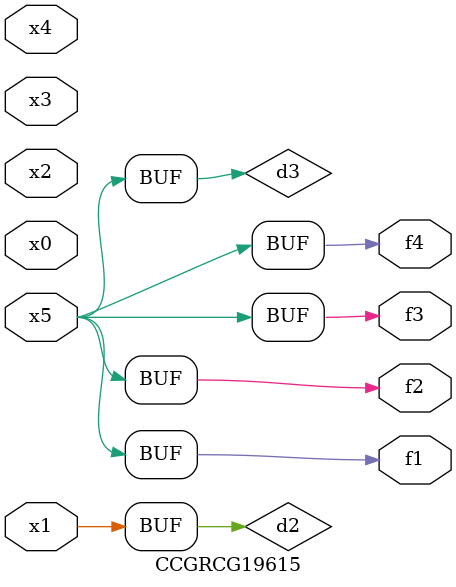
<source format=v>
module CCGRCG19615(
	input x0, x1, x2, x3, x4, x5,
	output f1, f2, f3, f4
);

	wire d1, d2, d3;

	not (d1, x5);
	or (d2, x1);
	xnor (d3, d1);
	assign f1 = d3;
	assign f2 = d3;
	assign f3 = d3;
	assign f4 = d3;
endmodule

</source>
